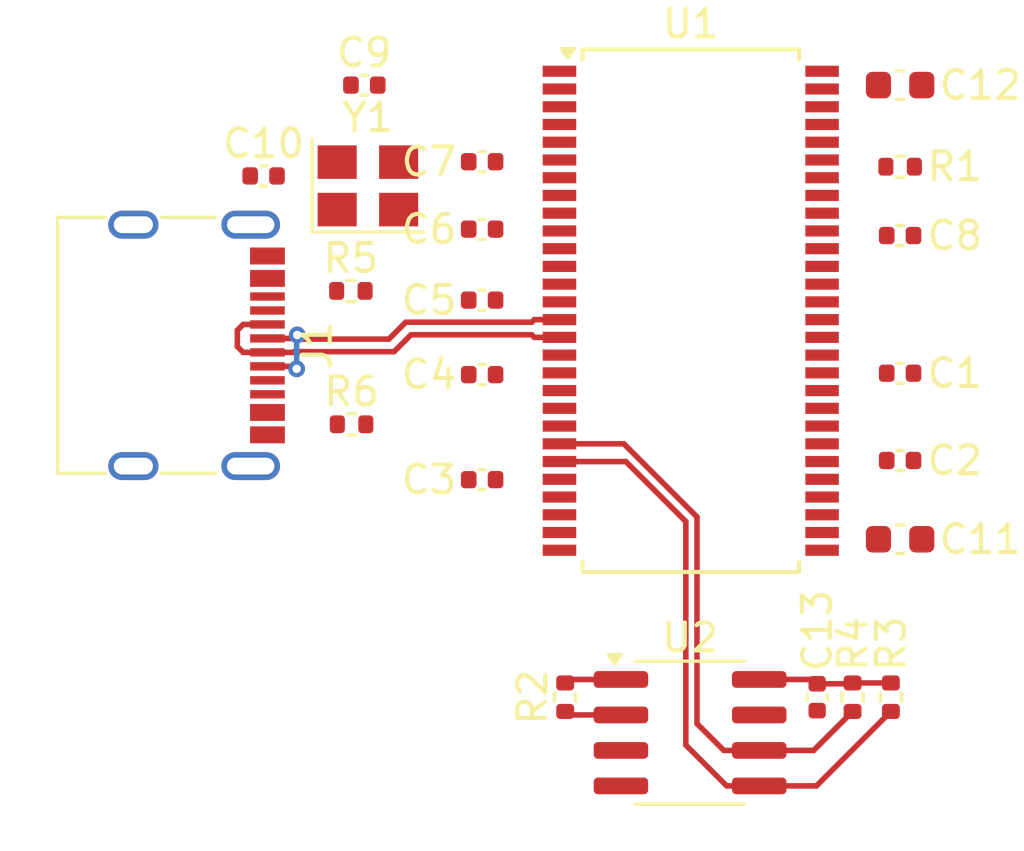
<source format=kicad_pcb>
(kicad_pcb (version 20240108) (generator "pcbnew") (generator_version "8.0")
  (layers (0 "F.Cu" signal) (31 "B.Cu" signal) (34 "B.Paste" user) (35 "F.Paste" user) (36 "B.SilkS" user "B.Silkscreen") (37 "F.SilkS" user "F.Silkscreen") (38 "B.Mask" user) (39 "F.Mask" user) (44 "Edge.Cuts" user))
  (net 0 "")
  (net 1 "+3V3")
  (net 2 "GND")
  (net 3 "Net-(U1-XTALOUT)")
  (net 4 "Net-(U1-XTALIN)")
  (net 5 "/FD6")
  (net 6 "/FIOADDR0")
  (net 7 "/FD3")
  (net 8 "/Host USB/SDA")
  (net 9 "/CTRL_CLK")
  (net 10 "/Host USB/D-")
  (net 11 "/SLWR")
  (net 12 "/FD15")
  (net 13 "/FD14")
  (net 14 "/Host USB/SCL")
  (net 15 "/FD7")
  (net 16 "/SLOE")
  (net 17 "/FD11")
  (net 18 "/SLRD")
  (net 19 "/FLAGB")
  (net 21 "/FD1")
  (net 22 "/CTRL_DATA")
  (net 23 "/FD12")
  (net 24 "/IFCLK")
  (net 25 "/FD10")
  (net 26 "/PKTEND")
  (net 27 "/FD0")
  (net 28 "/JTAGEN")
  (net 29 "/FD13")
  (net 30 "/Host USB/~{RESET}")
  (net 31 "/FD2")
  (net 32 "/FLAGA")
  (net 33 "/FD9")
  (net 34 "/FLAGC")
  (net 35 "/Host USB/D+")
  (net 36 "/GPIO")
  (net 37 "/FD4")
  (net 38 "/FD5")
  (net 39 "/FIOADDR1")
  (net 40 "Net-(U1-WAKEUP)")
  (net 41 "/FD8")
  (net 42 "Net-(U2-A1)")
  (net 44 "Net-(J1-CC1)")
  (net 46 "VBUS")
  (net 47 "Net-(J1-CC2)")
  (footprint "Capacitor_SMD:C_0402_1005Metric" (layer "F.Cu") (at 126.2634 83.312)
    (property "Reference" "C9" (at 0 -1.16 0) (layer "F.SilkS"))
    (property "Value" "22p")
    (fp_line (start -0.107836 -0.36) (end 0.107836 -0.36) (stroke (width 0.12)) (layer "F.SilkS"))
    (fp_line (start -0.107836 0.36) (end 0.107836 0.36) (stroke (width 0.12)) (layer "F.SilkS"))
    (pad "1" smd roundrect (at -0.48 0) (size 0.56 0.62) (layers "F.Cu" "F.Paste" "F.Mask") (net 2 "GND"))
    (pad "2" smd roundrect (at 0.48 0) (size 0.56 0.62) (layers "F.Cu" "F.Paste" "F.Mask") (net 3 "Net-(U1-XTALOUT)"))
  )
  (footprint "Capacitor_SMD:C_0402_1005Metric" (layer "F.Cu") (at 130.4798 91.0082 180)
    (property "Reference" "C5" (at 1.905 0 180) (layer "F.SilkS"))
    (property "Value" "100nF")
    (fp_line (start -0.107836 0.36) (end 0.107836 0.36) (stroke (width 0.12)) (layer "F.SilkS"))
    (fp_line (start -0.107836 -0.36) (end 0.107836 -0.36) (stroke (width 0.12)) (layer "F.SilkS"))
    (pad "1" smd roundrect (at -0.48 0 180) (size 0.56 0.62) (layers "F.Cu" "F.Paste" "F.Mask") (net 1 "+3V3"))
    (pad "2" smd roundrect (at 0.48 0 180) (size 0.56 0.62) (layers "F.Cu" "F.Paste" "F.Mask") (net 2 "GND"))
  )
  (footprint "Resistor_SMD:R_0402_1005Metric" (layer "F.Cu") (at 125.8062 95.4532)
    (property "Reference" "R6" (at 0 -1.17 0) (layer "F.SilkS"))
    (property "Value" "5K1")
    (fp_line (start -0.153641 -0.38) (end 0.153641 -0.38) (stroke (width 0.12)) (layer "F.SilkS"))
    (fp_line (start -0.153641 0.38) (end 0.153641 0.38) (stroke (width 0.12)) (layer "F.SilkS"))
    (pad "1" smd roundrect (at -0.51 0) (size 0.54 0.64) (layers "F.Cu" "F.Paste" "F.Mask") (net 47 "Net-(J1-CC2)"))
    (pad "2" smd roundrect (at 0.51 0) (size 0.54 0.64) (layers "F.Cu" "F.Paste" "F.Mask") (net 2 "GND"))
  )
  (footprint "Connector_USB:USB_C_Receptacle_G-Switch_GT-USB-7010ASV" (layer "F.Cu") (at 119.0704 92.629 -90)
    (property "Reference" "J1" (at 0 -5.5 90) (layer "F.SilkS"))
    (property "Value" "USB_C_Receptacle_USB2.0_16P")
    (fp_line (start -4.58 3.785) (end -4.58 2.08) (stroke (width 0.12)) (layer "F.SilkS"))
    (fp_line (start 4.58 3.785) (end -4.58 3.785) (stroke (width 0.12)) (layer "F.SilkS"))
    (fp_line (start 4.58 2.08) (end 4.58 3.785) (stroke (width 0.12)) (layer "F.SilkS"))
    (fp_line (start 4.58 0.07) (end 4.58 -1.85) (stroke (width 0.12)) (layer "F.SilkS"))
    (fp_line (start -4.58 -1.85) (end -4.58 0.07) (stroke (width 0.12)) (layer "F.SilkS"))
    (pad "" np_thru_hole circle (at -2.89 -2.605 270) (size 0.65 0.65) (drill 0.65) (layers "*.Cu" "*.Mask"))
    (pad "" np_thru_hole circle (at 2.89 -2.605 270) (size 0.65 0.65) (drill 0.65) (layers "*.Cu" "*.Mask"))
    (pad "A1" smd rect (at -3.2 -3.725 270) (size 0.6 1.24) (layers "F.Cu" "F.Paste" "F.Mask") (net 2 "GND"))
    (pad "A4" smd rect (at -2.4 -3.725 270) (size 0.6 1.24) (layers "F.Cu" "F.Paste" "F.Mask") (net 46 "VBUS"))
    (pad "A5" smd rect (at -1.25 -3.725 270) (size 0.3 1.24) (layers "F.Cu" "F.Paste" "F.Mask") (net 44 "Net-(J1-CC1)"))
    (pad "A6" smd rect (at -0.25 -3.725 270) (size 0.3 1.24) (layers "F.Cu" "F.Paste" "F.Mask") (net 35 "/Host USB/D+"))
    (pad "A7" smd rect (at 0.25 -3.725 270) (size 0.3 1.24) (layers "F.Cu" "F.Paste" "F.Mask") (net 10 "/Host USB/D-"))
    (pad "A8" smd rect (at 1.25 -3.725 270) (size 0.3 1.24) (layers "F.Cu" "F.Paste" "F.Mask"))
    (pad "A9" smd rect (at 2.4 -3.725 270) (size 0.6 1.24) (layers "F.Cu" "F.Paste" "F.Mask") (net 46 "VBUS"))
    (pad "A12" smd rect (at 3.2 -3.725 270) (size 0.6 1.24) (layers "F.Cu" "F.Paste" "F.Mask") (net 2 "GND"))
    (pad "B1" smd rect (at 3.2 -3.725 270) (size 0.6 1.24) (layers "F.Cu" "F.Paste" "F.Mask") (net 2 "GND"))
    (pad "B4" smd rect (at 2.4 -3.725 270) (size 0.6 1.24) (layers "F.Cu" "F.Paste" "F.Mask") (net 46 "VBUS"))
    (pad "B5" smd rect (at 1.75 -3.725 270) (size 0.3 1.24) (layers "F.Cu" "F.Paste" "F.Mask") (net 47 "Net-(J1-CC2)"))
    (pad "B6" smd rect (at 0.75 -3.725 270) (size 0.3 1.24) (layers "F.Cu" "F.Paste" "F.Mask") (net 35 "/Host USB/D+"))
    (pad "B7" smd rect (at -0.75 -3.725 270) (size 0.3 1.24) (layers "F.Cu" "F.Paste" "F.Mask") (net 10 "/Host USB/D-"))
    (pad "B8" smd rect (at -1.75 -3.725 270) (size 0.3 1.24) (layers "F.Cu" "F.Paste" "F.Mask"))
    (pad "B9" smd rect (at -2.4 -3.725 270) (size 0.6 1.24) (layers "F.Cu" "F.Paste" "F.Mask") (net 46 "VBUS"))
    (pad "B12" smd rect (at -3.2 -3.725 270) (size 0.6 1.24) (layers "F.Cu" "F.Paste" "F.Mask") (net 2 "GND"))
    (pad "S1" thru_hole oval (at -4.32 -3.125 270) (size 1 2.1) (drill oval 0.6 1.7) (layers "*.Cu" "*.Mask") (net 2 "GND"))
    (pad "S1" thru_hole oval (at -4.32 1.075 270) (size 1 1.8) (drill oval 0.6 1.4) (layers "*.Cu" "*.Mask") (net 2 "GND"))
    (pad "S1" thru_hole oval (at 4.32 -3.125 270) (size 1 2.1) (drill oval 0.6 1.7) (layers "*.Cu" "*.Mask") (net 2 "GND"))
    (pad "S1" thru_hole oval (at 4.32 1.075 270) (size 1 1.8) (drill oval 0.6 1.4) (layers "*.Cu" "*.Mask") (net 2 "GND"))
  )
  (footprint "Capacitor_SMD:C_0603_1608Metric" (layer "F.Cu") (at 145.4404 83.312)
    (property "Reference" "C12" (at 2.8702 0 0) (layer "F.SilkS"))
    (property "Value" "2.2uF")
    (fp_line (start -0.14058 -0.51) (end 0.14058 -0.51) (stroke (width 0.12)) (layer "F.SilkS"))
    (fp_line (start -0.14058 0.51) (end 0.14058 0.51) (stroke (width 0.12)) (layer "F.SilkS"))
    (pad "1" smd roundrect (at -0.775 0) (size 0.9 0.95) (layers "F.Cu" "F.Paste" "F.Mask") (net 1 "+3V3"))
    (pad "2" smd roundrect (at 0.775 0) (size 0.9 0.95) (layers "F.Cu" "F.Paste" "F.Mask") (net 2 "GND"))
  )
  (footprint "Capacitor_SMD:C_0402_1005Metric" (layer "F.Cu") (at 145.4404 93.6244)
    (property "Reference" "C1" (at 1.9558 0 0) (layer "F.SilkS"))
    (property "Value" "100nF")
    (fp_line (start -0.107836 -0.36) (end 0.107836 -0.36) (stroke (width 0.12)) (layer "F.SilkS"))
    (fp_line (start -0.107836 0.36) (end 0.107836 0.36) (stroke (width 0.12)) (layer "F.SilkS"))
    (pad "1" smd roundrect (at -0.48 0) (size 0.56 0.62) (layers "F.Cu" "F.Paste" "F.Mask") (net 1 "+3V3"))
    (pad "2" smd roundrect (at 0.48 0) (size 0.56 0.62) (layers "F.Cu" "F.Paste" "F.Mask") (net 2 "GND"))
  )
  (footprint "Capacitor_SMD:C_0402_1005Metric" (layer "F.Cu") (at 130.4798 97.4344 180)
    (property "Reference" "C3" (at 1.905 0 180) (layer "F.SilkS"))
    (property "Value" "100nF")
    (fp_line (start -0.107836 0.36) (end 0.107836 0.36) (stroke (width 0.12)) (layer "F.SilkS"))
    (fp_line (start -0.107836 -0.36) (end 0.107836 -0.36) (stroke (width 0.12)) (layer "F.SilkS"))
    (pad "1" smd roundrect (at -0.48 0 180) (size 0.56 0.62) (layers "F.Cu" "F.Paste" "F.Mask") (net 1 "+3V3"))
    (pad "2" smd roundrect (at 0.48 0 180) (size 0.56 0.62) (layers "F.Cu" "F.Paste" "F.Mask") (net 2 "GND"))
  )
  (footprint "Capacitor_SMD:C_0402_1005Metric" (layer "F.Cu") (at 130.4798 93.6752 180)
    (property "Reference" "C4" (at 1.905 0 180) (layer "F.SilkS"))
    (property "Value" "100nF")
    (fp_line (start -0.107836 0.36) (end 0.107836 0.36) (stroke (width 0.12)) (layer "F.SilkS"))
    (fp_line (start -0.107836 -0.36) (end 0.107836 -0.36) (stroke (width 0.12)) (layer "F.SilkS"))
    (pad "1" smd roundrect (at -0.48 0 180) (size 0.56 0.62) (layers "F.Cu" "F.Paste" "F.Mask") (net 1 "+3V3"))
    (pad "2" smd roundrect (at 0.48 0 180) (size 0.56 0.62) (layers "F.Cu" "F.Paste" "F.Mask") (net 2 "GND"))
  )
  (footprint "Capacitor_SMD:C_0402_1005Metric" (layer "F.Cu") (at 145.4404 88.6968)
    (property "Reference" "C8" (at 1.9558 0 0) (layer "F.SilkS"))
    (property "Value" "100nF")
    (fp_line (start -0.107836 -0.36) (end 0.107836 -0.36) (stroke (width 0.12)) (layer "F.SilkS"))
    (fp_line (start -0.107836 0.36) (end 0.107836 0.36) (stroke (width 0.12)) (layer "F.SilkS"))
    (pad "1" smd roundrect (at -0.48 0) (size 0.56 0.62) (layers "F.Cu" "F.Paste" "F.Mask") (net 1 "+3V3"))
    (pad "2" smd roundrect (at 0.48 0) (size 0.56 0.62) (layers "F.Cu" "F.Paste" "F.Mask") (net 2 "GND"))
  )
  (footprint "Capacitor_SMD:C_0402_1005Metric" (layer "F.Cu") (at 122.6566 86.5632)
    (property "Reference" "C10" (at 0 -1.16 0) (layer "F.SilkS"))
    (property "Value" "22p")
    (fp_line (start -0.107836 -0.36) (end 0.107836 -0.36) (stroke (width 0.12)) (layer "F.SilkS"))
    (fp_line (start -0.107836 0.36) (end 0.107836 0.36) (stroke (width 0.12)) (layer "F.SilkS"))
    (pad "1" smd roundrect (at -0.48 0) (size 0.56 0.62) (layers "F.Cu" "F.Paste" "F.Mask") (net 2 "GND"))
    (pad "2" smd roundrect (at 0.48 0) (size 0.56 0.62) (layers "F.Cu" "F.Paste" "F.Mask") (net 4 "Net-(U1-XTALIN)"))
  )
  (footprint "Capacitor_SMD:C_0603_1608Metric" (layer "F.Cu") (at 145.4404 99.568)
    (property "Reference" "C11" (at 2.8702 0 0) (layer "F.SilkS"))
    (property "Value" "2.2uF")
    (fp_line (start -0.14058 -0.51) (end 0.14058 -0.51) (stroke (width 0.12)) (layer "F.SilkS"))
    (fp_line (start -0.14058 0.51) (end 0.14058 0.51) (stroke (width 0.12)) (layer "F.SilkS"))
    (pad "1" smd roundrect (at -0.775 0) (size 0.9 0.95) (layers "F.Cu" "F.Paste" "F.Mask") (net 1 "+3V3"))
    (pad "2" smd roundrect (at 0.775 0) (size 0.9 0.95) (layers "F.Cu" "F.Paste" "F.Mask") (net 2 "GND"))
  )
  (footprint "Resistor_SMD:R_0402_1005Metric" (layer "F.Cu") (at 145.4404 86.233)
    (property "Reference" "R1" (at 1.9558 -0.01 0) (layer "F.SilkS"))
    (property "Value" "10K")
    (fp_line (start -0.153641 -0.38) (end 0.153641 -0.38) (stroke (width 0.12)) (layer "F.SilkS"))
    (fp_line (start -0.153641 0.38) (end 0.153641 0.38) (stroke (width 0.12)) (layer "F.SilkS"))
    (pad "1" smd roundrect (at -0.51 0) (size 0.54 0.64) (layers "F.Cu" "F.Paste" "F.Mask") (net 1 "+3V3"))
    (pad "2" smd roundrect (at 0.51 0) (size 0.54 0.64) (layers "F.Cu" "F.Paste" "F.Mask") (net 40 "Net-(U1-WAKEUP)"))
  )
  (footprint "Capacitor_SMD:C_0402_1005Metric" (layer "F.Cu") (at 145.4404 96.7486)
    (property "Reference" "C2" (at 1.9558 0 0) (layer "F.SilkS"))
    (property "Value" "100nF")
    (fp_line (start -0.107836 -0.36) (end 0.107836 -0.36) (stroke (width 0.12)) (layer "F.SilkS"))
    (fp_line (start -0.107836 0.36) (end 0.107836 0.36) (stroke (width 0.12)) (layer "F.SilkS"))
    (pad "1" smd roundrect (at -0.48 0) (size 0.56 0.62) (layers "F.Cu" "F.Paste" "F.Mask") (net 1 "+3V3"))
    (pad "2" smd roundrect (at 0.48 0) (size 0.56 0.62) (layers "F.Cu" "F.Paste" "F.Mask") (net 2 "GND"))
  )
  (footprint "Package_SO:SSOP-56_7.5x18.5mm_P0.635mm" (layer "F.Cu") (at 137.9474 91.3892)
    (property "Reference" "U1" (at 0 -10.275 0) (layer "F.SilkS"))
    (property "Value" "CY7C68013A-56PVX")
    (fp_line (start -3.875 -9.35) (end -3.875 -8.9975) (stroke (width 0.15)) (layer "F.SilkS"))
    (fp_line (start -3.875 -9.35) (end 3.875 -9.35) (stroke (width 0.15)) (layer "F.SilkS"))
    (fp_line (start -3.875 9.35) (end -3.875 8.9975) (stroke (width 0.15)) (layer "F.SilkS"))
    (fp_line (start -3.875 9.35) (end 3.875 9.35) (stroke (width 0.15)) (layer "F.SilkS"))
    (fp_line (start 3.875 -9.35) (end 3.875 -8.9975) (stroke (width 0.15)) (layer "F.SilkS"))
    (fp_line (start 3.875 9.35) (end 3.875 8.9975) (stroke (width 0.15)) (layer "F.SilkS"))
    (fp_poly (pts (xy -4.4 -9.05) (xy -4.64 -9.38) (xy -4.16 -9.38) (xy -4.4 -9.05)) (stroke (width 0.12)) (fill solid) (layer "F.SilkS"))
    (pad "1" smd rect (at -4.7 -8.5725) (size 1.2 0.4) (layers "F.Cu" "F.Paste" "F.Mask") (net 29 "/FD13"))
    (pad "2" smd rect (at -4.7 -7.9375) (size 1.2 0.4) (layers "F.Cu" "F.Paste" "F.Mask") (net 13 "/FD14"))
    (pad "3" smd rect (at -4.7 -7.3025) (size 1.2 0.4) (layers "F.Cu" "F.Paste" "F.Mask") (net 12 "/FD15"))
    (pad "4" smd rect (at -4.7 -6.6675) (size 1.2 0.4) (layers "F.Cu" "F.Paste" "F.Mask") (net 2 "GND"))
    (pad "5" smd rect (at -4.7 -6.0325) (size 1.2 0.4) (layers "F.Cu" "F.Paste" "F.Mask"))
    (pad "6" smd rect (at -4.7 -5.3975) (size 1.2 0.4) (layers "F.Cu" "F.Paste" "F.Mask") (net 1 "+3V3"))
    (pad "7" smd rect (at -4.7 -4.7625) (size 1.2 0.4) (layers "F.Cu" "F.Paste" "F.Mask") (net 2 "GND"))
    (pad "8" smd rect (at -4.7 -4.1275) (size 1.2 0.4) (layers "F.Cu" "F.Paste" "F.Mask") (net 18 "/SLRD"))
    (pad "9" smd rect (at -4.7 -3.4925) (size 1.2 0.4) (layers "F.Cu" "F.Paste" "F.Mask") (net 11 "/SLWR"))
    (pad "10" smd rect (at -4.7 -2.8575) (size 1.2 0.4) (layers "F.Cu" "F.Paste" "F.Mask") (net 1 "+3V3"))
    (pad "11" smd rect (at -4.7 -2.2225) (size 1.2 0.4) (layers "F.Cu" "F.Paste" "F.Mask") (net 3 "Net-(U1-XTALOUT)"))
    (pad "12" smd rect (at -4.7 -1.5875) (size 1.2 0.4) (layers "F.Cu" "F.Paste" "F.Mask") (net 4 "Net-(U1-XTALIN)"))
    (pad "13" smd rect (at -4.7 -0.9525) (size 1.2 0.4) (layers "F.Cu" "F.Paste" "F.Mask") (net 2 "GND"))
    (pad "14" smd rect (at -4.7 -0.3175) (size 1.2 0.4) (layers "F.Cu" "F.Paste" "F.Mask") (net 1 "+3V3"))
    (pad "15" smd rect (at -4.7 0.3175) (size 1.2 0.4) (layers "F.Cu" "F.Paste" "F.Mask") (net 35 "/Host USB/D+"))
    (pad "16" smd rect (at -4.7 0.9525) (size 1.2 0.4) (layers "F.Cu" "F.Paste" "F.Mask") (net 10 "/Host USB/D-"))
    (pad "17" smd rect (at -4.7 1.5875) (size 1.2 0.4) (layers "F.Cu" "F.Paste" "F.Mask") (net 2 "GND"))
    (pad "18" smd rect (at -4.7 2.2225) (size 1.2 0.4) (layers "F.Cu" "F.Paste" "F.Mask") (net 1 "+3V3"))
    (pad "19" smd rect (at -4.7 2.8575) (size 1.2 0.4) (layers "F.Cu" "F.Paste" "F.Mask") (net 2 "GND"))
    (pad "20" smd rect (at -4.7 3.4925) (size 1.2 0.4) (layers "F.Cu" "F.Paste" "F.Mask") (net 24 "/IFCLK"))
    (pad "21" smd rect (at -4.7 4.1275) (size 1.2 0.4) (layers "F.Cu" "F.Paste" "F.Mask") (net 2 "GND"))
    (pad "22" smd rect (at -4.7 4.7625) (size 1.2 0.4) (layers "F.Cu" "F.Paste" "F.Mask") (net 14 "/Host USB/SCL"))
    (pad "23" smd rect (at -4.7 5.3975) (size 1.2 0.4) (layers "F.Cu" "F.Paste" "F.Mask") (net 8 "/Host USB/SDA"))
    (pad "24" smd rect (at -4.7 6.0325) (size 1.2 0.4) (layers "F.Cu" "F.Paste" "F.Mask") (net 1 "+3V3"))
    (pad "25" smd rect (at -4.7 6.6675) (size 1.2 0.4) (layers "F.Cu" "F.Paste" "F.Mask") (net 27 "/FD0"))
    (pad "26" smd rect (at -4.7 7.3025) (size 1.2 0.4) (layers "F.Cu" "F.Paste" "F.Mask") (net 21 "/FD1"))
    (pad "27" smd rect (at -4.7 7.9375) (size 1.2 0.4) (layers "F.Cu" "F.Paste" "F.Mask") (net 31 "/FD2"))
    (pad "28" smd rect (at -4.7 8.5725) (size 1.2 0.4) (layers "F.Cu" "F.Paste" "F.Mask") (net 7 "/FD3"))
    (pad "29" smd rect (at 4.7 8.5725) (size 1.2 0.4) (layers "F.Cu" "F.Paste" "F.Mask") (net 37 "/FD4"))
    (pad "30" smd rect (at 4.7 7.9375) (size 1.2 0.4) (layers "F.Cu" "F.Paste" "F.Mask") (net 38 "/FD5"))
    (pad "31" smd rect (at 4.7 7.3025) (size 1.2 0.4) (layers "F.Cu" "F.Paste" "F.Mask") (net 5 "/FD6"))
    (pad "32" smd rect (at 4.7 6.6675) (size 1.2 0.4) (layers "F.Cu" "F.Paste" "F.Mask") (net 15 "/FD7"))
    (pad "33" smd rect (at 4.7 6.0325) (size 1.2 0.4) (layers "F.Cu" "F.Paste" "F.Mask") (net 2 "GND"))
    (pad "34" smd rect (at 4.7 5.3975) (size 1.2 0.4) (layers "F.Cu" "F.Paste" "F.Mask") (net 1 "+3V3"))
    (pad "35" smd rect (at 4.7 4.7625) (size 1.2 0.4) (layers "F.Cu" "F.Paste" "F.Mask") (net 2 "GND"))
    (pad "36" smd rect (at 4.7 4.1275) (size 1.2 0.4) (layers "F.Cu" "F.Paste" "F.Mask") (net 32 "/FLAGA"))
    (pad "37" smd rect (at 4.7 3.4925) (size 1.2 0.4) (layers "F.Cu" "F.Paste" "F.Mask") (net 19 "/FLAGB"))
    (pad "38" smd rect (at 4.7 2.8575) (size 1.2 0.4) (layers "F.Cu" "F.Paste" "F.Mask") (net 34 "/FLAGC"))
    (pad "39" smd rect (at 4.7 2.2225) (size 1.2 0.4) (layers "F.Cu" "F.Paste" "F.Mask") (net 1 "+3V3"))
    (pad "40" smd rect (at 4.7 1.5875) (size 1.2 0.4) (layers "F.Cu" "F.Paste" "F.Mask") (net 9 "/CTRL_CLK"))
    (pad "41" smd rect (at 4.7 0.9525) (size 1.2 0.4) (layers "F.Cu" "F.Paste" "F.Mask") (net 28 "/JTAGEN"))
    (pad "42" smd rect (at 4.7 0.3175) (size 1.2 0.4) (layers "F.Cu" "F.Paste" "F.Mask") (net 16 "/SLOE"))
    (pad "43" smd rect (at 4.7 -0.3175) (size 1.2 0.4) (layers "F.Cu" "F.Paste" "F.Mask") (net 22 "/CTRL_DATA"))
    (pad "44" smd rect (at 4.7 -0.9525) (size 1.2 0.4) (layers "F.Cu" "F.Paste" "F.Mask") (net 6 "/FIOADDR0"))
    (pad "45" smd rect (at 4.7 -1.5875) (size 1.2 0.4) (layers "F.Cu" "F.Paste" "F.Mask") (net 39 "/FIOADDR1"))
    (pad "46" smd rect (at 4.7 -2.2225) (size 1.2 0.4) (layers "F.Cu" "F.Paste" "F.Mask") (net 26 "/PKTEND"))
    (pad "47" smd rect (at 4.7 -2.8575) (size 1.2 0.4) (layers "F.Cu" "F.Paste" "F.Mask") (net 36 "/GPIO"))
    (pad "48" smd rect (at 4.7 -3.4925) (size 1.2 0.4) (layers "F.Cu" "F.Paste" "F.Mask") (net 2 "GND"))
    (pad "49" smd rect (at 4.7 -4.1275) (size 1.2 0.4) (layers "F.Cu" "F.Paste" "F.Mask") (net 30 "/Host USB/~{RESET}"))
    (pad "50" smd rect (at 4.7 -4.7625) (size 1.2 0.4) (layers "F.Cu" "F.Paste" "F.Mask") (net 1 "+3V3"))
    (pad "51" smd rect (at 4.7 -5.3975) (size 1.2 0.4) (layers "F.Cu" "F.Paste" "F.Mask") (net 40 "Net-(U1-WAKEUP)"))
    (pad "52" smd rect (at 4.7 -6.0325) (size 1.2 0.4) (layers "F.Cu" "F.Paste" "F.Mask") (net 41 "/FD8"))
    (pad "53" smd rect (at 4.7 -6.6675) (size 1.2 0.4) (layers "F.Cu" "F.Paste" "F.Mask") (net 33 "/FD9"))
    (pad "54" smd rect (at 4.7 -7.3025) (size 1.2 0.4) (layers "F.Cu" "F.Paste" "F.Mask") (net 25 "/FD10"))
    (pad "55" smd rect (at 4.7 -7.9375) (size 1.2 0.4) (layers "F.Cu" "F.Paste" "F.Mask") (net 17 "/FD11"))
    (pad "56" smd rect (at 4.7 -8.5725) (size 1.2 0.4) (layers "F.Cu" "F.Paste" "F.Mask") (net 23 "/FD12"))
  )
  (footprint "Capacitor_SMD:C_0402_1005Metric" (layer "F.Cu") (at 130.4798 88.4682 180)
    (property "Reference" "C6" (at 1.905 0 180) (layer "F.SilkS"))
    (property "Value" "100nF")
    (fp_line (start -0.107836 0.36) (end 0.107836 0.36) (stroke (width 0.12)) (layer "F.SilkS"))
    (fp_line (start -0.107836 -0.36) (end 0.107836 -0.36) (stroke (width 0.12)) (layer "F.SilkS"))
    (pad "1" smd roundrect (at -0.48 0 180) (size 0.56 0.62) (layers "F.Cu" "F.Paste" "F.Mask") (net 1 "+3V3"))
    (pad "2" smd roundrect (at 0.48 0 180) (size 0.56 0.62) (layers "F.Cu" "F.Paste" "F.Mask") (net 2 "GND"))
  )
  (footprint "Resistor_SMD:R_0402_1005Metric" (layer "F.Cu") (at 133.4516 105.221 -90)
    (property "Reference" "R2" (at 0 1.1684 90) (layer "F.SilkS"))
    (property "Value" "2K2")
    (fp_line (start -0.153641 0.38) (end 0.153641 0.38) (stroke (width 0.12)) (layer "F.SilkS"))
    (fp_line (start -0.153641 -0.38) (end 0.153641 -0.38) (stroke (width 0.12)) (layer "F.SilkS"))
    (pad "1" smd roundrect (at -0.51 0 270) (size 0.54 0.64) (layers "F.Cu" "F.Paste" "F.Mask") (net 1 "+3V3"))
    (pad "2" smd roundrect (at 0.51 0 270) (size 0.54 0.64) (layers "F.Cu" "F.Paste" "F.Mask") (net 42 "Net-(U2-A1)"))
  )
  (footprint "Resistor_SMD:R_0402_1005Metric" (layer "F.Cu") (at 125.7808 90.678)
    (property "Reference" "R5" (at 0 -1.17 0) (layer "F.SilkS"))
    (property "Value" "5K1")
    (fp_line (start -0.153641 -0.38) (end 0.153641 -0.38) (stroke (width 0.12)) (layer "F.SilkS"))
    (fp_line (start -0.153641 0.38) (end 0.153641 0.38) (stroke (width 0.12)) (layer "F.SilkS"))
    (pad "1" smd roundrect (at -0.51 0) (size 0.54 0.64) (layers "F.Cu" "F.Paste" "F.Mask") (net 44 "Net-(J1-CC1)"))
    (pad "2" smd roundrect (at 0.51 0) (size 0.54 0.64) (layers "F.Cu" "F.Paste" "F.Mask") (net 2 "GND"))
  )
  (footprint "Crystal:Crystal_SMD_3225-4Pin_3.2x2.5mm" (layer "F.Cu") (at 126.3904 86.9188)
    (property "Reference" "Y1" (at 0 -2.45 0) (layer "F.SilkS"))
    (property "Value" "24MHz")
    (fp_line (start -2 -1.65) (end -2 1.65) (stroke (width 0.12)) (layer "F.SilkS"))
    (fp_line (start -2 1.65) (end 2 1.65) (stroke (width 0.12)) (layer "F.SilkS"))
    (pad "1" smd rect (at -1.1 0.85) (size 1.4 1.2) (layers "F.Cu" "F.Paste" "F.Mask") (net 4 "Net-(U1-XTALIN)"))
    (pad "2" smd rect (at 1.1 0.85) (size 1.4 1.2) (layers "F.Cu" "F.Paste" "F.Mask") (net 2 "GND"))
    (pad "3" smd rect (at 1.1 -0.85) (size 1.4 1.2) (layers "F.Cu" "F.Paste" "F.Mask") (net 3 "Net-(U1-XTALOUT)"))
    (pad "4" smd rect (at -1.1 -0.85) (size 1.4 1.2) (layers "F.Cu" "F.Paste" "F.Mask") (net 2 "GND"))
  )
  (footprint "Resistor_SMD:R_0402_1005Metric" (layer "F.Cu") (at 143.7386 105.221 -90)
    (property "Reference" "R4" (at -1.911409 -0.0074 90) (layer "F.SilkS"))
    (property "Value" "2K2")
    (fp_line (start -0.153641 0.38) (end 0.153641 0.38) (stroke (width 0.12)) (layer "F.SilkS"))
    (fp_line (start -0.153641 -0.38) (end 0.153641 -0.38) (stroke (width 0.12)) (layer "F.SilkS"))
    (pad "1" smd roundrect (at -0.51 0 270) (size 0.54 0.64) (layers "F.Cu" "F.Paste" "F.Mask") (net 1 "+3V3"))
    (pad "2" smd roundrect (at 0.51 0 270) (size 0.54 0.64) (layers "F.Cu" "F.Paste" "F.Mask") (net 14 "/Host USB/SCL"))
  )
  (footprint "Capacitor_SMD:C_0402_1005Metric" (layer "F.Cu") (at 130.4798 86.0552 180)
    (property "Reference" "C7" (at 1.905 0 180) (layer "F.SilkS"))
    (property "Value" "100nF")
    (fp_line (start -0.107836 0.36) (end 0.107836 0.36) (stroke (width 0.12)) (layer "F.SilkS"))
    (fp_line (start -0.107836 -0.36) (end 0.107836 -0.36) (stroke (width 0.12)) (layer "F.SilkS"))
    (pad "1" smd roundrect (at -0.48 0 180) (size 0.56 0.62) (layers "F.Cu" "F.Paste" "F.Mask") (net 1 "+3V3"))
    (pad "2" smd roundrect (at 0.48 0 180) (size 0.56 0.62) (layers "F.Cu" "F.Paste" "F.Mask") (net 2 "GND"))
  )
  (footprint "Package_SO:SOIC-8_3.9x4.9mm_P1.27mm" (layer "F.Cu") (at 137.922 106.491)
    (property "Reference" "U2" (at 0 -3.4 0) (layer "F.SilkS"))
    (property "Value" "24LC128")
    (fp_line (start 0 -2.56) (end -1.95 -2.56) (stroke (width 0.12)) (layer "F.SilkS"))
    (fp_line (start 0 -2.56) (end 1.95 -2.56) (stroke (width 0.12)) (layer "F.SilkS"))
    (fp_line (start 0 2.56) (end -1.95 2.56) (stroke (width 0.12)) (layer "F.SilkS"))
    (fp_line (start 0 2.56) (end 1.95 2.56) (stroke (width 0.12)) (layer "F.SilkS"))
    (fp_poly (pts (xy -2.7 -2.465) (xy -2.94 -2.795) (xy -2.46 -2.795) (xy -2.7 -2.465)) (stroke (width 0.12)) (fill solid) (layer "F.SilkS"))
    (pad "1" smd roundrect (at -2.475 -1.905) (size 1.95 0.6) (layers "F.Cu" "F.Paste" "F.Mask") (net 1 "+3V3"))
    (pad "2" smd roundrect (at -2.475 -0.635) (size 1.95 0.6) (layers "F.Cu" "F.Paste" "F.Mask") (net 42 "Net-(U2-A1)"))
    (pad "3" smd roundrect (at -2.475 0.635) (size 1.95 0.6) (layers "F.Cu" "F.Paste" "F.Mask") (net 2 "GND"))
    (pad "4" smd roundrect (at -2.475 1.905) (size 1.95 0.6) (layers "F.Cu" "F.Paste" "F.Mask") (net 2 "GND"))
    (pad "5" smd roundrect (at 2.475 1.905) (size 1.95 0.6) (layers "F.Cu" "F.Paste" "F.Mask") (net 8 "/Host USB/SDA"))
    (pad "6" smd roundrect (at 2.475 0.635) (size 1.95 0.6) (layers "F.Cu" "F.Paste" "F.Mask") (net 14 "/Host USB/SCL"))
    (pad "7" smd roundrect (at 2.475 -0.635) (size 1.95 0.6) (layers "F.Cu" "F.Paste" "F.Mask") (net 2 "GND"))
    (pad "8" smd roundrect (at 2.475 -1.905) (size 1.95 0.6) (layers "F.Cu" "F.Paste" "F.Mask") (net 1 "+3V3"))
  )
  (footprint "Resistor_SMD:R_0402_1005Metric" (layer "F.Cu") (at 145.1102 105.221 -90)
    (property "Reference" "R3" (at -1.911409 -0.0074 90) (layer "F.SilkS"))
    (property "Value" "2K2")
    (fp_line (start -0.153641 0.38) (end 0.153641 0.38) (stroke (width 0.12)) (layer "F.SilkS"))
    (fp_line (start -0.153641 -0.38) (end 0.153641 -0.38) (stroke (width 0.12)) (layer "F.SilkS"))
    (pad "1" smd roundrect (at -0.51 0 270) (size 0.54 0.64) (layers "F.Cu" "F.Paste" "F.Mask") (net 1 "+3V3"))
    (pad "2" smd roundrect (at 0.51 0 270) (size 0.54 0.64) (layers "F.Cu" "F.Paste" "F.Mask") (net 8 "/Host USB/SDA"))
  )
  (footprint "Capacitor_SMD:C_0402_1005Metric" (layer "F.Cu") (at 142.4712 105.221 -90)
    (property "Reference" "C13" (at -2.3876 0.0026 90) (layer "F.SilkS"))
    (property "Value" "100nF")
    (fp_line (start -0.107836 0.36) (end 0.107836 0.36) (stroke (width 0.12)) (layer "F.SilkS"))
    (fp_line (start -0.107836 -0.36) (end 0.107836 -0.36) (stroke (width 0.12)) (layer "F.SilkS"))
    (pad "1" smd roundrect (at -0.48 0 270) (size 0.56 0.62) (layers "F.Cu" "F.Paste" "F.Mask") (net 1 "+3V3"))
    (pad "2" smd roundrect (at 0.48 0 270) (size 0.56 0.62) (layers "F.Cu" "F.Paste" "F.Mask") (net 2 "GND"))
  )
  (segment (start 140.397 104.586) (end 142.3162 104.586) (width 0.2) (layer "F.Cu") (net 1))
  (segment (start 133.5766 104.586) (end 133.4516 104.711) (width 0.2) (layer "F.Cu") (net 1))
  (segment (start 142.3162 104.586) (end 142.4712 104.741) (width 0.2) (layer "F.Cu") (net 1))
  (segment (start 135.447 104.586) (end 133.5766 104.586) (width 0.2) (layer "F.Cu") (net 1))
  (segment (start 143.7386 104.711) (end 145.1102 104.711) (width 0.2) (layer "F.Cu") (net 1))
  (segment (start 142.4712 104.741) (end 143.7086 104.741) (width 0.2) (layer "F.Cu") (net 1))
  (segment (start 143.7086 104.741) (end 143.7386 104.711) (width 0.2) (layer "F.Cu") (net 1))
  (segment (start 137.7696 106.934) (end 137.7696 98.933) (width 0.2) (layer "F.Cu") (net 8))
  (segment (start 137.7696 98.933) (end 135.6233 96.7867) (width 0.2) (layer "F.Cu") (net 8))
  (segment (start 139.2316 108.396) (end 137.7696 106.934) (width 0.2) (layer "F.Cu") (net 8))
  (segment (start 140.397 108.396) (end 142.4452 108.396) (width 0.2) (layer "F.Cu") (net 8))
  (segment (start 135.6233 96.7867) (end 133.2474 96.7867) (width 0.2) (layer "F.Cu") (net 8))
  (segment (start 140.397 108.396) (end 139.2316 108.396) (width 0.2) (layer "F.Cu") (net 8))
  (segment (start 142.4452 108.396) (end 145.1102 105.731) (width 0.2) (layer "F.Cu") (net 8))
  (segment (start 123.750401 92.854) (end 123.725401 92.879) (width 0.2) (layer "F.Cu") (net 10))
  (segment (start 132.254899 92.2492) (end 127.9314 92.2492) (width 0.2) (layer "F.Cu") (net 10))
  (segment (start 121.7168 92.0876) (end 121.7168 92.6704) (width 0.2) (layer "F.Cu") (net 10))
  (segment (start 132.347399 92.3417) (end 132.254899 92.2492) (width 0.2) (layer "F.Cu") (net 10))
  (segment (start 122.7954 91.879) (end 121.9254 91.879) (width 0.2) (layer "F.Cu") (net 10))
  (segment (start 121.7168 92.6704) (end 121.9254 92.879) (width 0.2) (layer "F.Cu") (net 10))
  (segment (start 123.725401 92.879) (end 122.7954 92.879) (width 0.2) (layer "F.Cu") (net 10))
  (segment (start 121.9254 91.879) (end 121.7168 92.0876) (width 0.2) (layer "F.Cu") (net 10))
  (segment (start 127.9314 92.2492) (end 127.3266 92.854) (width 0.2) (layer "F.Cu") (net 10))
  (segment (start 133.2474 92.3417) (end 132.347399 92.3417) (width 0.2) (layer "F.Cu") (net 10))
  (segment (start 121.9254 92.879) (end 122.7954 92.879) (width 0.2) (layer "F.Cu") (net 10))
  (segment (start 127.3266 92.854) (end 123.750401 92.854) (width 0.2) (layer "F.Cu") (net 10))
  (segment (start 138.1696 98.767314) (end 135.553986 96.1517) (width 0.2) (layer "F.Cu") (net 14))
  (segment (start 139.13 107.126) (end 138.1696 106.1656) (width 0.2) (layer "F.Cu") (net 14))
  (segment (start 140.397 107.126) (end 142.3436 107.126) (width 0.2) (layer "F.Cu") (net 14))
  (segment (start 142.3436 107.126) (end 143.7386 105.731) (width 0.2) (layer "F.Cu") (net 14))
  (segment (start 140.397 107.126) (end 139.13 107.126) (width 0.2) (layer "F.Cu") (net 14))
  (segment (start 138.1696 106.1656) (end 138.1696 98.767314) (width 0.2) (layer "F.Cu") (net 14))
  (segment (start 135.553986 96.1517) (end 133.2474 96.1517) (width 0.2) (layer "F.Cu") (net 14))
  (segment (start 133.2474 91.7067) (end 132.347399 91.7067) (width 0.2) (layer "F.Cu") (net 35))
  (segment (start 132.254899 91.7992) (end 127.745 91.7992) (width 0.2) (layer "F.Cu") (net 35))
  (segment (start 123.8504 92.265995) (end 123.861425 92.25497) (width 0.2) (layer "F.Cu") (net 35))
  (segment (start 127.745 91.7992) (end 127.1402 92.404) (width 0.2) (layer "F.Cu") (net 35))
  (segment (start 123.8504 92.404) (end 123.750401 92.404) (width 0.2) (layer "F.Cu") (net 35))
  (segment (start 127.1402 92.404) (end 123.8504 92.404) (width 0.2) (layer "F.Cu") (net 35))
  (segment (start 132.347399 91.7067) (end 132.254899 91.7992) (width 0.2) (layer "F.Cu") (net 35))
  (segment (start 123.750401 92.404) (end 123.725401 92.379) (width 0.2) (layer "F.Cu") (net 35))
  (segment (start 122.7954 93.379) (end 123.752019 93.379) (width 0.2) (layer "F.Cu") (net 35))
  (segment (start 123.725401 92.379) (end 122.7954 92.379) (width 0.2) (layer "F.Cu") (net 35))
  (segment (start 123.8504 92.404) (end 123.8504 92.265995) (width 0.2) (layer "F.Cu") (net 35))
  (segment (start 123.752019 93.379) (end 123.840815 93.467796) (width 0.2) (layer "F.Cu") (net 35))
  (via (at 123.861425 92.25497) (size 0.6) (drill 0.3) (layers "F.Cu" "B.Cu") (net 35))
  (via (at 123.840815 93.467796) (size 0.6) (drill 0.3) (layers "F.Cu" "B.Cu") (net 35))
  (segment (start 123.840815 93.467796) (end 123.840815 92.27558) (width 0.2) (layer "B.Cu") (net 35))
  (segment (start 123.840815 92.27558) (end 123.861425 92.25497) (width 0.2) (layer "B.Cu") (net 35))
  (segment (start 133.5766 105.856) (end 133.4516 105.731) (width 0.2) (layer "F.Cu") (net 42))
  (segment (start 135.447 105.856) (end 133.5766 105.856) (width 0.2) (layer "F.Cu") (net 42))
)
</source>
